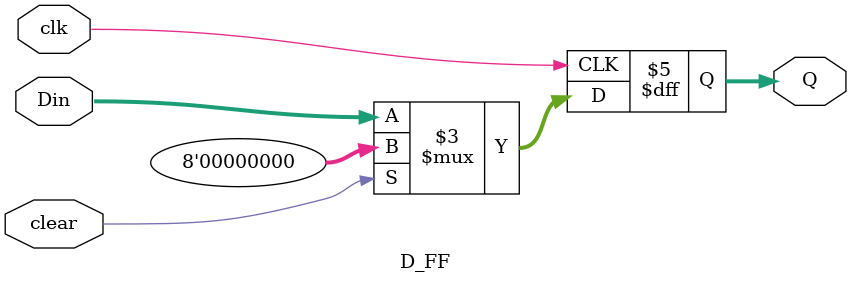
<source format=v>
module D_FF(Din,clk,clear,Q);
input signed [7:0]Din;
input clk,clear;
output reg signed [7:0] Q;
always@(posedge clk)
begin
  if(clear)// operateds at clear =0
Q<=0;
else
Q<=Din;
end
endmodule

</source>
